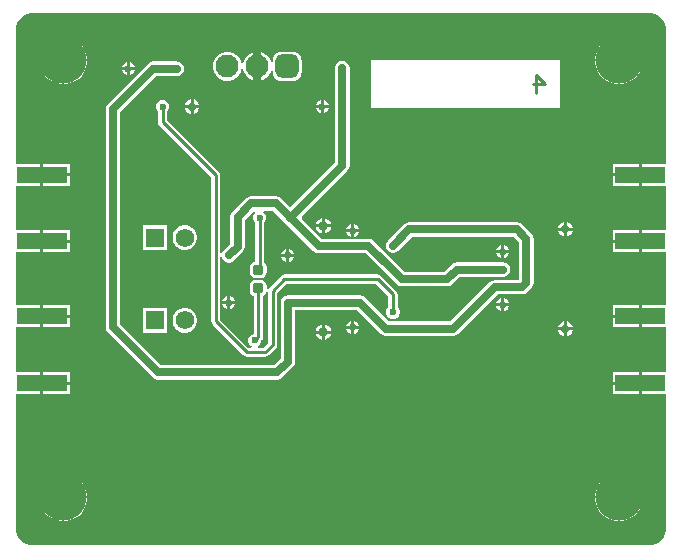
<source format=gbr>
%TF.GenerationSoftware,Altium Limited,Altium Designer,24.2.2 (26)*%
G04 Layer_Physical_Order=4*
G04 Layer_Color=16736095*
%FSLAX45Y45*%
%MOMM*%
%TF.SameCoordinates,D2FE35CC-22CD-4169-9643-A2803306E4A1*%
%TF.FilePolarity,Positive*%
%TF.FileFunction,Copper,L4,Bot,Signal*%
%TF.Part,Single*%
G01*
G75*
%TA.AperFunction,ConnectorPad*%
%ADD10R,4.20000X1.35000*%
%TA.AperFunction,SMDPad,CuDef*%
G04:AMPARAMS|DCode=14|XSize=0.9mm|YSize=0.85mm|CornerRadius=0.2125mm|HoleSize=0mm|Usage=FLASHONLY|Rotation=0.000|XOffset=0mm|YOffset=0mm|HoleType=Round|Shape=RoundedRectangle|*
%AMROUNDEDRECTD14*
21,1,0.90000,0.42500,0,0,0.0*
21,1,0.47500,0.85000,0,0,0.0*
1,1,0.42500,0.23750,-0.21250*
1,1,0.42500,-0.23750,-0.21250*
1,1,0.42500,-0.23750,0.21250*
1,1,0.42500,0.23750,0.21250*
%
%ADD14ROUNDEDRECTD14*%
%TA.AperFunction,Conductor*%
%ADD23C,0.25400*%
%ADD24C,0.70000*%
%TA.AperFunction,NonConductor*%
%ADD26C,0.25400*%
%TA.AperFunction,ComponentPad*%
%ADD27R,1.57000X1.57000*%
%ADD28C,1.57000*%
%ADD29C,1.95000*%
G04:AMPARAMS|DCode=30|XSize=1.95mm|YSize=1.95mm|CornerRadius=0.4875mm|HoleSize=0mm|Usage=FLASHONLY|Rotation=180.000|XOffset=0mm|YOffset=0mm|HoleType=Round|Shape=RoundedRectangle|*
%AMROUNDEDRECTD30*
21,1,1.95000,0.97500,0,0,180.0*
21,1,0.97500,1.95000,0,0,180.0*
1,1,0.97500,-0.48750,0.48750*
1,1,0.97500,0.48750,0.48750*
1,1,0.97500,0.48750,-0.48750*
1,1,0.97500,-0.48750,-0.48750*
%
%ADD30ROUNDEDRECTD30*%
%ADD31C,4.00000*%
%TA.AperFunction,ViaPad*%
%ADD32C,0.60000*%
%ADD33C,0.80000*%
%ADD34C,0.70000*%
%ADD35C,0.50000*%
G36*
X5407919Y4495004D02*
X5431578Y4485204D01*
X5452870Y4470977D01*
X5470977Y4452870D01*
X5485204Y4431578D01*
X5495004Y4407919D01*
X5500000Y4382804D01*
Y4370000D01*
Y3225400D01*
X5296700D01*
Y3132501D01*
Y3039600D01*
X5500000D01*
Y2660400D01*
X5296699D01*
Y2567500D01*
Y2474600D01*
X5500000D01*
Y2025400D01*
X5296700D01*
Y1932501D01*
Y1839600D01*
X5500000D01*
Y1460400D01*
X5296700D01*
Y1367500D01*
Y1274600D01*
X5500000D01*
Y130000D01*
Y117196D01*
X5495004Y92080D01*
X5485204Y68422D01*
X5470977Y47130D01*
X5452870Y29022D01*
X5431578Y14795D01*
X5407919Y4996D01*
X5382804Y0D01*
X117196D01*
X92080Y4996D01*
X68422Y14795D01*
X47130Y29022D01*
X29022Y47130D01*
X14795Y68422D01*
X4996Y92080D01*
X0Y117196D01*
Y130000D01*
Y1274600D01*
X203300D01*
Y1367500D01*
Y1460400D01*
X0D01*
Y1839600D01*
X203300D01*
Y1932500D01*
Y2025400D01*
X0D01*
Y2474600D01*
X203300D01*
Y2567499D01*
Y2660400D01*
X0D01*
Y3039600D01*
X203299D01*
Y3132500D01*
Y3225400D01*
X0D01*
Y4370000D01*
Y4382804D01*
X4996Y4407919D01*
X14795Y4431578D01*
X29022Y4452870D01*
X47130Y4470977D01*
X68422Y4485204D01*
X92080Y4495004D01*
X117196Y4500000D01*
X5382804D01*
X5407919Y4495004D01*
D02*
G37*
%LPC*%
G36*
X2342750Y4173540D02*
X2245250D01*
X2225893Y4170991D01*
X2207855Y4163519D01*
X2192366Y4151634D01*
X2180481Y4136145D01*
X2173009Y4118107D01*
X2170460Y4098750D01*
Y4087034D01*
X2157760Y4085362D01*
X2154525Y4097437D01*
X2138345Y4125462D01*
X2115463Y4148344D01*
X2087438Y4164524D01*
X2075000Y4167857D01*
Y4050000D01*
Y3932143D01*
X2087438Y3935475D01*
X2115463Y3951655D01*
X2138345Y3974537D01*
X2154525Y4002562D01*
X2157760Y4014638D01*
X2170460Y4012966D01*
Y4001250D01*
X2173009Y3981893D01*
X2180481Y3963855D01*
X2192366Y3948365D01*
X2207855Y3936480D01*
X2225893Y3929008D01*
X2245250Y3926460D01*
X2342750D01*
X2362107Y3929008D01*
X2380145Y3936480D01*
X2395635Y3948365D01*
X2407520Y3963855D01*
X2414992Y3981893D01*
X2417540Y4001250D01*
Y4098750D01*
X2414992Y4118107D01*
X2407520Y4136145D01*
X2395635Y4151634D01*
X2380145Y4163519D01*
X2362107Y4170991D01*
X2342750Y4173540D01*
D02*
G37*
G36*
X962700Y4084704D02*
Y4042700D01*
X1004704D01*
X996966Y4061382D01*
X981381Y4076966D01*
X962700Y4084704D01*
D02*
G37*
G36*
X937300D02*
X918618Y4076966D01*
X903034Y4061382D01*
X895296Y4042700D01*
X937300D01*
Y4084704D01*
D02*
G37*
G36*
X1004704Y4017300D02*
X962700D01*
Y3975296D01*
X981381Y3983034D01*
X996966Y3998619D01*
X1004704Y4017300D01*
D02*
G37*
G36*
X937300D02*
X895296D01*
X903034Y3998619D01*
X918618Y3983034D01*
X937300Y3975296D01*
Y4017300D01*
D02*
G37*
G36*
X1802180Y4172900D02*
X1769820D01*
X1738563Y4164524D01*
X1710538Y4148344D01*
X1687656Y4125462D01*
X1671476Y4097437D01*
X1663100Y4066180D01*
Y4033820D01*
X1671476Y4002562D01*
X1687656Y3974537D01*
X1710538Y3951655D01*
X1738563Y3935475D01*
X1769820Y3927100D01*
X1802180D01*
X1833438Y3935475D01*
X1861463Y3951655D01*
X1884345Y3974537D01*
X1900525Y4002562D01*
X1906426Y4024587D01*
X1919574D01*
X1925476Y4002562D01*
X1941656Y3974537D01*
X1964538Y3951655D01*
X1992563Y3935475D01*
X2005000Y3932143D01*
Y4050000D01*
Y4167857D01*
X1992563Y4164524D01*
X1964538Y4148344D01*
X1941656Y4125462D01*
X1925476Y4097437D01*
X1919574Y4075413D01*
X1906426D01*
X1900525Y4097437D01*
X1884345Y4125462D01*
X1861463Y4148344D01*
X1833438Y4164524D01*
X1802180Y4172900D01*
D02*
G37*
G36*
X5119698Y4300000D02*
X5080302D01*
X5041662Y4292314D01*
X5005265Y4277238D01*
X4972507Y4255350D01*
X4944650Y4227492D01*
X4922762Y4194735D01*
X4907686Y4158338D01*
X4900000Y4119698D01*
Y4080302D01*
X4907686Y4041662D01*
X4922762Y4005265D01*
X4944650Y3972507D01*
X4972507Y3944650D01*
X5005265Y3922762D01*
X5041662Y3907686D01*
X5080302Y3900000D01*
X5119698D01*
X5158338Y3907686D01*
X5194735Y3922762D01*
X5227492Y3944650D01*
X5255350Y3972507D01*
X5277238Y4005265D01*
X5292314Y4041662D01*
X5300000Y4080302D01*
Y4119698D01*
X5292314Y4158338D01*
X5277238Y4194735D01*
X5255350Y4227492D01*
X5227492Y4255350D01*
X5194735Y4277238D01*
X5158338Y4292314D01*
X5119698Y4300000D01*
D02*
G37*
G36*
X419698D02*
X380302D01*
X341662Y4292314D01*
X305265Y4277238D01*
X272507Y4255350D01*
X244650Y4227492D01*
X222762Y4194735D01*
X207686Y4158338D01*
X200000Y4119698D01*
Y4080302D01*
X207686Y4041662D01*
X222762Y4005265D01*
X244650Y3972507D01*
X272507Y3944650D01*
X305265Y3922762D01*
X341662Y3907686D01*
X380302Y3900000D01*
X419698D01*
X458338Y3907686D01*
X494735Y3922762D01*
X527492Y3944650D01*
X555350Y3972507D01*
X577238Y4005265D01*
X592314Y4041662D01*
X600000Y4080302D01*
Y4119698D01*
X592314Y4158338D01*
X577238Y4194735D01*
X555350Y4227492D01*
X527492Y4255350D01*
X494735Y4277238D01*
X458338Y4292314D01*
X419698Y4300000D01*
D02*
G37*
G36*
X2602700Y3764704D02*
Y3722700D01*
X2644704D01*
X2636966Y3741381D01*
X2621381Y3756966D01*
X2602700Y3764704D01*
D02*
G37*
G36*
X2577300D02*
X2558618Y3756966D01*
X2543034Y3741381D01*
X2535296Y3722700D01*
X2577300D01*
Y3764704D01*
D02*
G37*
G36*
X1502700Y3770116D02*
Y3722700D01*
X1550116D01*
X1541205Y3744214D01*
X1524214Y3761205D01*
X1502700Y3770116D01*
D02*
G37*
G36*
X1477300D02*
X1455786Y3761205D01*
X1438795Y3744214D01*
X1429884Y3722700D01*
X1477300D01*
Y3770116D01*
D02*
G37*
G36*
X4600000Y4100000D02*
X3000000D01*
Y3700000D01*
X4600000D01*
Y4100000D01*
D02*
G37*
G36*
X2644704Y3697300D02*
X2602700D01*
Y3655296D01*
X2621381Y3663034D01*
X2636966Y3678618D01*
X2644704Y3697300D01*
D02*
G37*
G36*
X2577300D02*
X2535296D01*
X2543034Y3678618D01*
X2558618Y3663034D01*
X2577300Y3655296D01*
Y3697300D01*
D02*
G37*
G36*
X1550116D02*
X1502700D01*
Y3649884D01*
X1524214Y3658795D01*
X1541205Y3675786D01*
X1550116Y3697300D01*
D02*
G37*
G36*
X1477300D02*
X1429884D01*
X1438795Y3675786D01*
X1455786Y3658795D01*
X1477300Y3649884D01*
Y3697300D01*
D02*
G37*
G36*
X5271300Y3225400D02*
X5048600D01*
Y3145201D01*
X5271300D01*
Y3225400D01*
D02*
G37*
G36*
X451400D02*
X228699D01*
Y3145200D01*
X451400D01*
Y3225400D01*
D02*
G37*
G36*
X5271300Y3119801D02*
X5048600D01*
Y3039600D01*
X5271300D01*
Y3119801D01*
D02*
G37*
G36*
X451400Y3119800D02*
X228699D01*
Y3039600D01*
X451400D01*
Y3119800D01*
D02*
G37*
G36*
X2760000Y4097697D02*
X2736433Y4093009D01*
X2716454Y4079659D01*
X2703105Y4059680D01*
X2698417Y4036113D01*
Y3235509D01*
X2319999Y2857092D01*
X2243545Y2933546D01*
X2223566Y2946896D01*
X2199999Y2951583D01*
X1990000D01*
X1966433Y2946896D01*
X1946454Y2933546D01*
X1830045Y2817137D01*
X1816696Y2797158D01*
X1812008Y2773591D01*
Y2549100D01*
X1756454Y2493546D01*
X1743105Y2473567D01*
X1741546Y2465733D01*
X1728846Y2466984D01*
Y3130190D01*
X1725889Y3145055D01*
X1717468Y3157658D01*
X1278847Y3596280D01*
Y3670499D01*
X1286966Y3678618D01*
X1295400Y3698980D01*
Y3721020D01*
X1286966Y3741381D01*
X1271382Y3756966D01*
X1251020Y3765400D01*
X1228980D01*
X1208619Y3756966D01*
X1193034Y3741381D01*
X1184600Y3721020D01*
Y3698980D01*
X1193034Y3678618D01*
X1201154Y3670499D01*
Y3580189D01*
X1204111Y3565324D01*
X1212531Y3552721D01*
X1651153Y3114099D01*
Y1890000D01*
X1654110Y1875134D01*
X1662531Y1862531D01*
X1922531Y1602531D01*
X1935134Y1594111D01*
X1950000Y1591154D01*
X2110000D01*
X2124866Y1594111D01*
X2137469Y1602531D01*
X2197469Y1662531D01*
X2205889Y1675134D01*
X2208846Y1690000D01*
Y2133909D01*
X2286091Y2211154D01*
X3043909D01*
X3151153Y2103909D01*
Y2009501D01*
X3143034Y2001382D01*
X3134600Y1981020D01*
Y1958980D01*
X3143034Y1938619D01*
X3158619Y1923034D01*
X3178980Y1914600D01*
X3201020D01*
X3221381Y1923034D01*
X3236966Y1938619D01*
X3245400Y1958980D01*
Y1981020D01*
X3236966Y2001382D01*
X3228846Y2009501D01*
Y2120000D01*
X3225889Y2134866D01*
X3217469Y2147469D01*
X3087469Y2277469D01*
X3074866Y2285890D01*
X3060000Y2288847D01*
X2270000D01*
X2255134Y2285890D01*
X2242531Y2277469D01*
X2142531Y2177469D01*
X2134111Y2164866D01*
X2134014Y2164379D01*
X2121314Y2165630D01*
Y2193750D01*
X2117693Y2211952D01*
X2107383Y2227383D01*
X2091952Y2237694D01*
X2073750Y2241314D01*
X2026250D01*
X2008048Y2237694D01*
X1992617Y2227383D01*
X1982307Y2211952D01*
X1978686Y2193750D01*
Y2151250D01*
X1982307Y2133048D01*
X1992617Y2117617D01*
X2008048Y2107307D01*
X2011153Y2106689D01*
Y1785400D01*
X2008980D01*
X1988619Y1776966D01*
X1973034Y1761382D01*
X1964600Y1741020D01*
Y1718980D01*
X1973034Y1698619D01*
X1988619Y1683034D01*
X1992210Y1681547D01*
X1989684Y1668847D01*
X1966091D01*
X1728846Y1906091D01*
Y2433016D01*
X1741546Y2434267D01*
X1743105Y2426433D01*
X1756454Y2406454D01*
X1776433Y2393104D01*
X1800000Y2388417D01*
X1823567Y2393104D01*
X1843546Y2406454D01*
X1917137Y2480045D01*
X1930487Y2500024D01*
X1935174Y2523591D01*
Y2748082D01*
X2011845Y2824753D01*
X2017691Y2823999D01*
X2022257Y2810604D01*
X2013034Y2801381D01*
X2004600Y2781020D01*
Y2758980D01*
X2013034Y2738619D01*
X2021153Y2730499D01*
Y2395300D01*
X2008048Y2392693D01*
X1992617Y2382383D01*
X1982307Y2366952D01*
X1978686Y2348750D01*
Y2306250D01*
X1982307Y2288048D01*
X1992617Y2272617D01*
X2008048Y2262307D01*
X2026250Y2258686D01*
X2073750D01*
X2091952Y2262307D01*
X2107383Y2272617D01*
X2117693Y2288048D01*
X2121314Y2306250D01*
Y2348750D01*
X2117693Y2366952D01*
X2107383Y2382383D01*
X2098846Y2388086D01*
Y2730499D01*
X2106966Y2738619D01*
X2115400Y2758980D01*
Y2781020D01*
X2106966Y2801381D01*
X2092631Y2815717D01*
X2093443Y2821556D01*
X2096524Y2828417D01*
X2174491D01*
X2276453Y2726455D01*
X2276453Y2726454D01*
X2276454Y2726454D01*
X2321454Y2681454D01*
X2516454Y2486454D01*
X2536433Y2473105D01*
X2560000Y2468417D01*
X2956364D01*
X3144740Y2280040D01*
X3218327Y2206454D01*
X3238306Y2193104D01*
X3261873Y2188417D01*
X3650000D01*
X3673567Y2193104D01*
X3693546Y2206454D01*
X3755509Y2268417D01*
X4120000D01*
X4143567Y2273104D01*
X4163546Y2286454D01*
X4176895Y2306433D01*
X4181583Y2330000D01*
X4176895Y2353567D01*
X4163546Y2373546D01*
X4143567Y2386895D01*
X4120000Y2391583D01*
X3730000D01*
X3706433Y2386895D01*
X3686454Y2373546D01*
X3624491Y2311583D01*
X3287382D01*
X3231832Y2367132D01*
X3025419Y2573546D01*
X3005440Y2586896D01*
X2981873Y2591583D01*
X2585509D01*
X2416072Y2761020D01*
X2415470Y2778378D01*
X2803546Y3166455D01*
X2816896Y3186434D01*
X2821583Y3210001D01*
Y4036113D01*
X2816896Y4059680D01*
X2803546Y4079659D01*
X2783567Y4093009D01*
X2760000Y4097697D01*
D02*
G37*
G36*
X2612700Y2764304D02*
Y2712700D01*
X2664304D01*
X2660943Y2725243D01*
X2652333Y2740157D01*
X2640157Y2752333D01*
X2625243Y2760943D01*
X2612700Y2764304D01*
D02*
G37*
G36*
X2587300D02*
X2574756Y2760943D01*
X2559843Y2752333D01*
X2547667Y2740157D01*
X2539057Y2725243D01*
X2535696Y2712700D01*
X2587300D01*
Y2764304D01*
D02*
G37*
G36*
X4662700Y2730116D02*
Y2682700D01*
X4710116D01*
X4701205Y2704214D01*
X4684214Y2721205D01*
X4662700Y2730116D01*
D02*
G37*
G36*
X4637300D02*
X4615786Y2721205D01*
X4598795Y2704214D01*
X4589884Y2682700D01*
X4637300D01*
Y2730116D01*
D02*
G37*
G36*
X2862700Y2714704D02*
Y2672700D01*
X2904704D01*
X2896966Y2691381D01*
X2881381Y2706966D01*
X2862700Y2714704D01*
D02*
G37*
G36*
X2837300D02*
X2818618Y2706966D01*
X2803034Y2691381D01*
X2795296Y2672700D01*
X2837300D01*
Y2714704D01*
D02*
G37*
G36*
X2664304Y2687300D02*
X2612700D01*
Y2635696D01*
X2625243Y2639057D01*
X2640157Y2647667D01*
X2652333Y2659843D01*
X2660943Y2674756D01*
X2664304Y2687300D01*
D02*
G37*
G36*
X2587300D02*
X2535696D01*
X2539057Y2674756D01*
X2547667Y2659843D01*
X2559843Y2647667D01*
X2574756Y2639057D01*
X2587300Y2635696D01*
Y2687300D01*
D02*
G37*
G36*
X4710116Y2657300D02*
X4662700D01*
Y2609884D01*
X4684214Y2618795D01*
X4701205Y2635786D01*
X4710116Y2657300D01*
D02*
G37*
G36*
X4637300D02*
X4589884D01*
X4598795Y2635786D01*
X4615786Y2618795D01*
X4637300Y2609884D01*
Y2657300D01*
D02*
G37*
G36*
X2904704Y2647300D02*
X2862700D01*
Y2605296D01*
X2881381Y2613034D01*
X2896966Y2628619D01*
X2904704Y2647300D01*
D02*
G37*
G36*
X2837300D02*
X2795296D01*
X2803034Y2628619D01*
X2818618Y2613034D01*
X2837300Y2605296D01*
Y2647300D01*
D02*
G37*
G36*
X5271299Y2660400D02*
X5048600D01*
Y2580200D01*
X5271299D01*
Y2660400D01*
D02*
G37*
G36*
X451400D02*
X228700D01*
Y2580199D01*
X451400D01*
Y2660400D01*
D02*
G37*
G36*
X1440679Y2703900D02*
X1413321D01*
X1386896Y2696819D01*
X1363204Y2683141D01*
X1343859Y2663796D01*
X1330180Y2640104D01*
X1323100Y2613679D01*
Y2586321D01*
X1330180Y2559896D01*
X1343859Y2536204D01*
X1363204Y2516859D01*
X1386896Y2503180D01*
X1413321Y2496100D01*
X1440679D01*
X1467104Y2503180D01*
X1490796Y2516859D01*
X1510141Y2536204D01*
X1523819Y2559896D01*
X1530900Y2586321D01*
Y2613679D01*
X1523819Y2640104D01*
X1510141Y2663796D01*
X1490796Y2683141D01*
X1467104Y2696819D01*
X1440679Y2703900D01*
D02*
G37*
G36*
X1276900D02*
X1069100D01*
Y2496100D01*
X1276900D01*
Y2703900D01*
D02*
G37*
G36*
X4132700Y2534704D02*
Y2492700D01*
X4174704D01*
X4166966Y2511382D01*
X4151381Y2526966D01*
X4132700Y2534704D01*
D02*
G37*
G36*
X4107300D02*
X4088618Y2526966D01*
X4073034Y2511382D01*
X4065296Y2492700D01*
X4107300D01*
Y2534704D01*
D02*
G37*
G36*
X5271299Y2554800D02*
X5048600D01*
Y2474600D01*
X5271299D01*
Y2554800D01*
D02*
G37*
G36*
X451400Y2554799D02*
X228700D01*
Y2474600D01*
X451400D01*
Y2554799D01*
D02*
G37*
G36*
X2312700Y2504704D02*
Y2462700D01*
X2354704D01*
X2346966Y2481381D01*
X2331382Y2496966D01*
X2312700Y2504704D01*
D02*
G37*
G36*
X2287300D02*
X2268619Y2496966D01*
X2253034Y2481381D01*
X2245296Y2462700D01*
X2287300D01*
Y2504704D01*
D02*
G37*
G36*
X4174704Y2467300D02*
X4132700D01*
Y2425296D01*
X4151381Y2433034D01*
X4166966Y2448619D01*
X4174704Y2467300D01*
D02*
G37*
G36*
X4107300D02*
X4065296D01*
X4073034Y2448619D01*
X4088618Y2433034D01*
X4107300Y2425296D01*
Y2467300D01*
D02*
G37*
G36*
X2354704Y2437300D02*
X2312700D01*
Y2395296D01*
X2331382Y2403034D01*
X2346966Y2418618D01*
X2354704Y2437300D01*
D02*
G37*
G36*
X2287300D02*
X2245296D01*
X2253034Y2418618D01*
X2268619Y2403034D01*
X2287300Y2395296D01*
Y2437300D01*
D02*
G37*
G36*
X1812700Y2104704D02*
Y2062700D01*
X1854704D01*
X1846966Y2081381D01*
X1831382Y2096966D01*
X1812700Y2104704D01*
D02*
G37*
G36*
X1787300D02*
X1768619Y2096966D01*
X1753034Y2081381D01*
X1745296Y2062700D01*
X1787300D01*
Y2104704D01*
D02*
G37*
G36*
X4132700Y2084704D02*
Y2042700D01*
X4174704D01*
X4166966Y2061381D01*
X4151381Y2076966D01*
X4132700Y2084704D01*
D02*
G37*
G36*
X4107300D02*
X4088618Y2076966D01*
X4073034Y2061381D01*
X4065296Y2042700D01*
X4107300D01*
Y2084704D01*
D02*
G37*
G36*
X1854704Y2037300D02*
X1812700D01*
Y1995296D01*
X1831382Y2003034D01*
X1846966Y2018619D01*
X1854704Y2037300D01*
D02*
G37*
G36*
X1787300D02*
X1745296D01*
X1753034Y2018619D01*
X1768619Y2003034D01*
X1787300Y1995296D01*
Y2037300D01*
D02*
G37*
G36*
X4174704Y2017300D02*
X4132700D01*
Y1975296D01*
X4151381Y1983034D01*
X4166966Y1998619D01*
X4174704Y2017300D01*
D02*
G37*
G36*
X4107300D02*
X4065296D01*
X4073034Y1998619D01*
X4088618Y1983034D01*
X4107300Y1975296D01*
Y2017300D01*
D02*
G37*
G36*
X5271300Y2025400D02*
X5048600D01*
Y1945201D01*
X5271300D01*
Y2025400D01*
D02*
G37*
G36*
X451400D02*
X228700D01*
Y1945200D01*
X451400D01*
Y2025400D01*
D02*
G37*
G36*
X2862700Y1894704D02*
Y1852700D01*
X2904704D01*
X2896966Y1871381D01*
X2881381Y1886966D01*
X2862700Y1894704D01*
D02*
G37*
G36*
X2837300D02*
X2818618Y1886966D01*
X2803034Y1871381D01*
X2795296Y1852700D01*
X2837300D01*
Y1894704D01*
D02*
G37*
G36*
X4662700Y1890116D02*
Y1842700D01*
X4710116D01*
X4701205Y1864214D01*
X4684214Y1881205D01*
X4662700Y1890116D01*
D02*
G37*
G36*
X4637300D02*
X4615786Y1881205D01*
X4598795Y1864214D01*
X4589884Y1842700D01*
X4637300D01*
Y1890116D01*
D02*
G37*
G36*
X5271300Y1919801D02*
X5048600D01*
Y1839600D01*
X5271300D01*
Y1919801D01*
D02*
G37*
G36*
X451400Y1919800D02*
X228700D01*
Y1839600D01*
X451400D01*
Y1919800D01*
D02*
G37*
G36*
X2612700Y1864304D02*
Y1812700D01*
X2664304D01*
X2660943Y1825243D01*
X2652333Y1840157D01*
X2640157Y1852333D01*
X2625243Y1860943D01*
X2612700Y1864304D01*
D02*
G37*
G36*
X2587300D02*
X2574756Y1860943D01*
X2559843Y1852333D01*
X2547667Y1840157D01*
X2539057Y1825243D01*
X2535696Y1812700D01*
X2587300D01*
Y1864304D01*
D02*
G37*
G36*
X1440679Y2003900D02*
X1413321D01*
X1386896Y1996819D01*
X1363204Y1983141D01*
X1343859Y1963796D01*
X1330180Y1940104D01*
X1323100Y1913679D01*
Y1886321D01*
X1330180Y1859896D01*
X1343859Y1836204D01*
X1363204Y1816859D01*
X1386896Y1803181D01*
X1413321Y1796100D01*
X1440679D01*
X1467104Y1803181D01*
X1490796Y1816859D01*
X1510141Y1836204D01*
X1523819Y1859896D01*
X1530900Y1886321D01*
Y1913679D01*
X1523819Y1940104D01*
X1510141Y1963796D01*
X1490796Y1983141D01*
X1467104Y1996819D01*
X1440679Y2003900D01*
D02*
G37*
G36*
X1276900D02*
X1069100D01*
Y1796100D01*
X1276900D01*
Y2003900D01*
D02*
G37*
G36*
X2904704Y1827300D02*
X2862700D01*
Y1785296D01*
X2881381Y1793034D01*
X2896966Y1808618D01*
X2904704Y1827300D01*
D02*
G37*
G36*
X2837300D02*
X2795296D01*
X2803034Y1808618D01*
X2818618Y1793034D01*
X2837300Y1785296D01*
Y1827300D01*
D02*
G37*
G36*
X4710116Y1817300D02*
X4662700D01*
Y1769884D01*
X4684214Y1778795D01*
X4701205Y1795786D01*
X4710116Y1817300D01*
D02*
G37*
G36*
X4637300D02*
X4589884D01*
X4598795Y1795786D01*
X4615786Y1778795D01*
X4637300Y1769884D01*
Y1817300D01*
D02*
G37*
G36*
X1360000Y4091583D02*
X1160000D01*
X1136433Y4086896D01*
X1116454Y4073546D01*
X776454Y3733546D01*
X763104Y3713567D01*
X758417Y3690000D01*
Y1840000D01*
X763104Y1816434D01*
X776454Y1796454D01*
X1156454Y1416454D01*
X1176434Y1403104D01*
X1200000Y1398417D01*
X2210000D01*
X2233567Y1403104D01*
X2253546Y1416454D01*
X2343546Y1506454D01*
X2356896Y1526433D01*
X2361584Y1550000D01*
Y1988416D01*
X2884492D01*
X3086454Y1786454D01*
X3106433Y1773104D01*
X3130000Y1768417D01*
X3700000D01*
X3723567Y1773104D01*
X3743546Y1786454D01*
X4075509Y2118417D01*
X4280000D01*
X4303567Y2123104D01*
X4323546Y2136454D01*
X4363546Y2176454D01*
X4376895Y2196433D01*
X4381583Y2220000D01*
Y2590000D01*
X4376895Y2613567D01*
X4363546Y2633546D01*
X4283546Y2713546D01*
X4263567Y2726895D01*
X4240000Y2731583D01*
X3328100D01*
X3304533Y2726895D01*
X3284554Y2713546D01*
X3146454Y2575446D01*
X3133104Y2555467D01*
X3128417Y2531900D01*
X3133104Y2508333D01*
X3146454Y2488354D01*
X3166433Y2475004D01*
X3190000Y2470316D01*
X3213567Y2475004D01*
X3233546Y2488354D01*
X3353609Y2608417D01*
X4214491D01*
X4258417Y2564491D01*
Y2245509D01*
X4254491Y2241583D01*
X4050000D01*
X4026433Y2236895D01*
X4006454Y2223546D01*
X3674491Y1891583D01*
X3155509D01*
X2953546Y2093546D01*
X2933567Y2106895D01*
X2910000Y2111583D01*
X2300000D01*
X2276433Y2106895D01*
X2256454Y2093546D01*
X2243105Y2073567D01*
X2238417Y2050000D01*
Y1575509D01*
X2184491Y1521583D01*
X1225509D01*
X881583Y1865509D01*
Y3664491D01*
X1185509Y3968417D01*
X1360000D01*
X1365949Y3969600D01*
X1372014D01*
X1377618Y3971921D01*
X1383567Y3973105D01*
X1388610Y3976474D01*
X1394214Y3978795D01*
X1398502Y3983084D01*
X1403546Y3986454D01*
X1406916Y3991498D01*
X1411205Y3995786D01*
X1413526Y4001390D01*
X1416896Y4006433D01*
X1418079Y4012382D01*
X1420400Y4017986D01*
Y4024051D01*
X1421583Y4030000D01*
X1420400Y4035949D01*
Y4042014D01*
X1418079Y4047618D01*
X1416896Y4053567D01*
X1413526Y4058610D01*
X1411205Y4064214D01*
X1406916Y4068502D01*
X1403546Y4073546D01*
X1398502Y4076916D01*
X1394214Y4081205D01*
X1388610Y4083526D01*
X1383567Y4086896D01*
X1377618Y4088079D01*
X1372014Y4090400D01*
X1365949D01*
X1360000Y4091583D01*
D02*
G37*
G36*
X2664304Y1787300D02*
X2612700D01*
Y1735696D01*
X2625243Y1739057D01*
X2640157Y1747667D01*
X2652333Y1759843D01*
X2660943Y1774756D01*
X2664304Y1787300D01*
D02*
G37*
G36*
X2587300D02*
X2535696D01*
X2539057Y1774756D01*
X2547667Y1759843D01*
X2559843Y1747667D01*
X2574756Y1739057D01*
X2587300Y1735696D01*
Y1787300D01*
D02*
G37*
G36*
X5271300Y1460400D02*
X5048600D01*
Y1380200D01*
X5271300D01*
Y1460400D01*
D02*
G37*
G36*
X451400D02*
X228700D01*
Y1380200D01*
X451400D01*
Y1460400D01*
D02*
G37*
G36*
X5271300Y1354800D02*
X5048600D01*
Y1274600D01*
X5271300D01*
Y1354800D01*
D02*
G37*
G36*
X451400Y1354800D02*
X228700D01*
Y1274600D01*
X451400D01*
Y1354800D01*
D02*
G37*
G36*
X5119698Y600000D02*
X5080302D01*
X5041662Y592314D01*
X5005265Y577238D01*
X4972507Y555350D01*
X4944650Y527492D01*
X4922762Y494735D01*
X4907686Y458338D01*
X4900000Y419698D01*
Y380302D01*
X4907686Y341662D01*
X4922762Y305265D01*
X4944650Y272507D01*
X4972507Y244650D01*
X5005265Y222762D01*
X5041662Y207686D01*
X5080302Y200000D01*
X5119698D01*
X5158338Y207686D01*
X5194735Y222762D01*
X5227492Y244650D01*
X5255350Y272507D01*
X5277238Y305265D01*
X5292314Y341662D01*
X5300000Y380302D01*
Y419698D01*
X5292314Y458338D01*
X5277238Y494735D01*
X5255350Y527492D01*
X5227492Y555350D01*
X5194735Y577238D01*
X5158338Y592314D01*
X5119698Y600000D01*
D02*
G37*
G36*
X419698D02*
X380302D01*
X341662Y592314D01*
X305265Y577238D01*
X272507Y555350D01*
X244650Y527492D01*
X222762Y494735D01*
X207686Y458338D01*
X200000Y419698D01*
Y380302D01*
X207686Y341662D01*
X222762Y305265D01*
X244650Y272507D01*
X272507Y244650D01*
X305265Y222762D01*
X341662Y207686D01*
X380302Y200000D01*
X419698D01*
X458338Y207686D01*
X494735Y222762D01*
X527492Y244650D01*
X555350Y272507D01*
X577238Y305265D01*
X592314Y341662D01*
X600000Y380302D01*
Y419698D01*
X592314Y458338D01*
X577238Y494735D01*
X555350Y527492D01*
X527492Y555350D01*
X494735Y577238D01*
X458338Y592314D01*
X419698Y600000D01*
D02*
G37*
%LPD*%
G36*
X2131153Y2135619D02*
Y1706091D01*
X2093909Y1668847D01*
X2050316D01*
X2047790Y1681547D01*
X2051381Y1683034D01*
X2066966Y1698619D01*
X2075400Y1718980D01*
Y1730463D01*
X2077469Y1732531D01*
X2085889Y1745134D01*
X2088846Y1760000D01*
Y2106689D01*
X2091952Y2107307D01*
X2107383Y2117617D01*
X2117693Y2133048D01*
X2118453Y2136870D01*
X2131153Y2135619D01*
D02*
G37*
D10*
X216000Y1367500D02*
D03*
Y1932500D02*
D03*
X5284000D02*
D03*
Y1367500D02*
D03*
Y3132500D02*
D03*
Y2567500D02*
D03*
X216000D02*
D03*
Y3132500D02*
D03*
D14*
X2050000Y2172500D02*
D03*
Y2327500D02*
D03*
D23*
X2020000Y1730000D02*
X2050000Y1760000D01*
X1690000Y1890000D02*
Y3130190D01*
Y1890000D02*
X1950000Y1630000D01*
X2110000D01*
X2050000Y1760000D02*
Y2172500D01*
X2110000Y1630000D02*
X2170000Y1690000D01*
Y2150000D01*
X1240000Y3580189D02*
Y3710000D01*
Y3580189D02*
X1690000Y3130190D01*
X2060000Y2337500D02*
Y2770000D01*
X2170000Y2150000D02*
X2270000Y2250000D01*
X3060000D02*
X3190000Y2120000D01*
Y1970000D02*
Y2120000D01*
X2270000Y2250000D02*
X3060000D01*
D24*
X1200000Y1460000D02*
X2210000D01*
X820000Y1840000D02*
X1200000Y1460000D01*
X2210000D02*
X2300000Y1550000D01*
X2320000Y2770000D02*
X2760000Y3210001D01*
X2319999Y2770000D02*
X2320000D01*
X2199999Y2890000D02*
X2365000Y2725000D01*
X2760000Y3210001D02*
Y4036113D01*
X820000Y1840000D02*
Y3690000D01*
X1160000Y4030000D01*
X1360000D01*
X2300000Y1550000D02*
Y2050000D01*
X2365000Y2725000D02*
X2560000Y2530000D01*
X1800000Y2450000D02*
X1873591Y2523591D01*
Y2773591D01*
X1990000Y2890000D01*
X2199999D01*
X2300000Y2050000D02*
X2910000D01*
X3130000Y1830000D02*
X3700000D01*
X2910000Y2050000D02*
X3130000Y1830000D01*
X3700000D02*
X4050000Y2180000D01*
X4120000D01*
X4280000D01*
X2560000Y2530000D02*
X2981873D01*
X3188286Y2323586D01*
X4280000Y2180000D02*
X4320000Y2220000D01*
X3261873Y2250000D02*
X3650000D01*
X3188286Y2323586D02*
X3261873Y2250000D01*
X3650000D02*
X3730000Y2330000D01*
X4120000D01*
X4320000Y2220000D02*
Y2590000D01*
X3328100Y2670000D02*
X4240000D01*
X3190000Y2531900D02*
X3328100Y2670000D01*
X4240000D02*
X4320000Y2590000D01*
D26*
X4398425Y3825400D02*
Y3977750D01*
X4474600Y3901575D01*
X4373033D01*
D27*
X1173000Y1900000D02*
D03*
Y2600000D02*
D03*
D28*
X1427000Y1900000D02*
D03*
Y2600000D02*
D03*
D29*
X1786000Y4050000D02*
D03*
X2040000D02*
D03*
D30*
X2294000D02*
D03*
D31*
X400000Y4100000D02*
D03*
X5100000D02*
D03*
Y400000D02*
D03*
X400000D02*
D03*
D32*
X2850000Y2660000D02*
D03*
X2020000Y1730000D02*
D03*
X950000Y4030000D02*
D03*
X1240000Y3710000D02*
D03*
X1800000Y2050000D02*
D03*
Y2450000D02*
D03*
X2060000Y2770000D02*
D03*
X2300000Y2050000D02*
D03*
Y2450000D02*
D03*
X2590000Y3710000D02*
D03*
X2850000Y1840000D02*
D03*
X3190000Y1970000D02*
D03*
X4120000Y2480000D02*
D03*
X3000000Y2160000D02*
D03*
Y2340000D02*
D03*
X3188286Y2323586D02*
D03*
X3190000Y2531900D02*
D03*
X4120000Y2330000D02*
D03*
Y2030000D02*
D03*
Y2180000D02*
D03*
D33*
X2600000Y1800000D02*
D03*
X1800000Y1600000D02*
D03*
X2600000Y2700000D02*
D03*
X1800000Y2900000D02*
D03*
X3850000Y1550000D02*
D03*
Y2950000D02*
D03*
D34*
X1360000Y4030000D02*
D03*
X1490000Y3710000D02*
D03*
X2760000Y4030000D02*
D03*
X4650000Y1830000D02*
D03*
Y2670000D02*
D03*
D35*
X3650000Y2250000D02*
D03*
%TF.MD5,34a0fad370579338c43e703e538221b5*%
M02*

</source>
